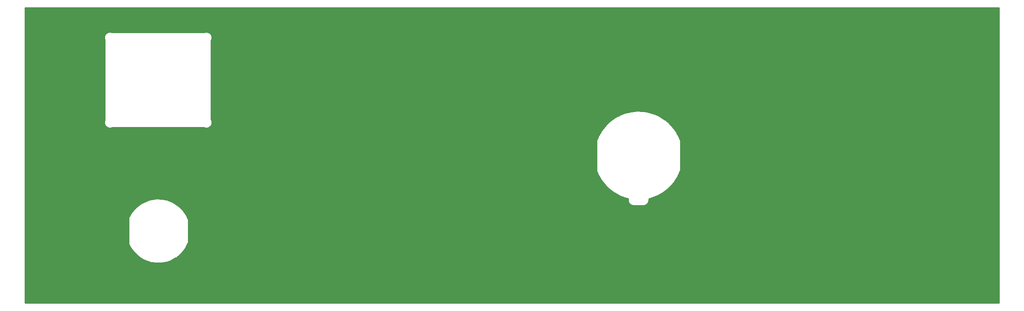
<source format=gbr>
%TF.GenerationSoftware,KiCad,Pcbnew,5.1.6*%
%TF.CreationDate,2020-07-29T12:44:49+02:00*%
%TF.ProjectId,frontplate,66726f6e-7470-46c6-9174-652e6b696361,rev?*%
%TF.SameCoordinates,Original*%
%TF.FileFunction,Copper,L2,Bot*%
%TF.FilePolarity,Positive*%
%FSLAX46Y46*%
G04 Gerber Fmt 4.6, Leading zero omitted, Abs format (unit mm)*
G04 Created by KiCad (PCBNEW 5.1.6) date 2020-07-29 12:44:49*
%MOMM*%
%LPD*%
G01*
G04 APERTURE LIST*
%TA.AperFunction,NonConductor*%
%ADD10C,0.254000*%
%TD*%
G04 APERTURE END LIST*
D10*
G36*
X277865001Y-131315000D02*
G01*
X63735000Y-131315000D01*
X63735000Y-118129580D01*
X86491393Y-118129580D01*
X86502028Y-118237560D01*
X86544056Y-118376108D01*
X86612306Y-118503795D01*
X86614981Y-118507055D01*
X87027421Y-119257983D01*
X87057922Y-119304457D01*
X87088170Y-119351117D01*
X87694119Y-120142129D01*
X87771223Y-120227902D01*
X88493453Y-120914383D01*
X88493454Y-120914384D01*
X88583027Y-120987039D01*
X89403755Y-121552087D01*
X89503591Y-121609835D01*
X90402606Y-122039537D01*
X90510247Y-122080956D01*
X90510251Y-122080957D01*
X91465416Y-122364730D01*
X91578210Y-122388801D01*
X92566010Y-122519661D01*
X92681182Y-122525790D01*
X92681183Y-122525790D01*
X93677293Y-122500512D01*
X93792006Y-122488550D01*
X93792018Y-122488547D01*
X94771898Y-122307756D01*
X94883327Y-122277996D01*
X94883331Y-122277994D01*
X95822868Y-121946142D01*
X95822872Y-121946141D01*
X95928273Y-121899315D01*
X96804338Y-121424568D01*
X96901116Y-121361831D01*
X96901118Y-121361829D01*
X97692129Y-120755881D01*
X97777902Y-120678777D01*
X98464383Y-119956547D01*
X98506614Y-119904482D01*
X98537039Y-119866973D01*
X99102087Y-119046245D01*
X99159835Y-118946409D01*
X99582404Y-118062318D01*
X99608730Y-118013065D01*
X99650758Y-117874517D01*
X99661393Y-117766537D01*
X99661393Y-113133464D01*
X99650758Y-113025484D01*
X99608730Y-112886936D01*
X99583384Y-112839517D01*
X99197182Y-112019639D01*
X99169614Y-111971351D01*
X99142324Y-111922917D01*
X98586583Y-111095858D01*
X98514944Y-111005470D01*
X97836670Y-110275537D01*
X97836665Y-110275530D01*
X97777237Y-110220882D01*
X97751769Y-110197462D01*
X97751762Y-110197458D01*
X96967653Y-109582616D01*
X96871589Y-109518789D01*
X96000948Y-109034179D01*
X96000943Y-109034176D01*
X95896077Y-108986163D01*
X94960340Y-108643715D01*
X94900700Y-108627062D01*
X94849255Y-108612697D01*
X93871468Y-108420846D01*
X93756898Y-108407588D01*
X93756897Y-108407588D01*
X92761137Y-108371060D01*
X92761136Y-108371060D01*
X92656190Y-108375457D01*
X92645903Y-108375888D01*
X91656687Y-108495580D01*
X91543628Y-108518375D01*
X90585314Y-108791341D01*
X90477212Y-108831542D01*
X89573404Y-109251058D01*
X89573399Y-109251060D01*
X89472917Y-109307676D01*
X88645858Y-109863417D01*
X88563119Y-109928994D01*
X88555470Y-109935056D01*
X87825537Y-110613330D01*
X87825530Y-110613335D01*
X87801940Y-110638989D01*
X87747462Y-110698231D01*
X87747458Y-110698238D01*
X87132616Y-111482347D01*
X87068789Y-111578411D01*
X86616309Y-112391329D01*
X86612307Y-112396205D01*
X86544057Y-112523892D01*
X86502029Y-112662440D01*
X86491394Y-112770420D01*
X86491393Y-118129580D01*
X63735000Y-118129580D01*
X63735000Y-95707049D01*
X189365000Y-95707049D01*
X189365001Y-101992953D01*
X189375636Y-102100933D01*
X189417664Y-102239481D01*
X189437848Y-102277242D01*
X189859691Y-103246503D01*
X189865708Y-103258151D01*
X189870569Y-103270328D01*
X189902041Y-103329118D01*
X190515573Y-104359902D01*
X190524313Y-104372590D01*
X190531869Y-104386020D01*
X190570839Y-104440131D01*
X191315309Y-105380718D01*
X191325654Y-105392142D01*
X191334917Y-105404452D01*
X191380702Y-105452933D01*
X192243031Y-106286796D01*
X192254793Y-106296749D01*
X192265605Y-106307728D01*
X192317400Y-106349729D01*
X193282438Y-107062218D01*
X193295415Y-107070530D01*
X193307582Y-107079980D01*
X193364476Y-107114761D01*
X194415268Y-107693359D01*
X194429232Y-107699882D01*
X194442541Y-107707640D01*
X194503535Y-107734591D01*
X195621619Y-108169132D01*
X195636316Y-108173749D01*
X195650541Y-108179681D01*
X195714564Y-108198328D01*
X196318607Y-108344892D01*
X196318607Y-108682604D01*
X196321665Y-108713649D01*
X196321644Y-108716605D01*
X196322645Y-108726818D01*
X196327679Y-108774716D01*
X196329242Y-108790584D01*
X196329403Y-108791113D01*
X196332845Y-108823867D01*
X196346245Y-108889144D01*
X196358723Y-108954559D01*
X196361689Y-108964384D01*
X196390545Y-109057603D01*
X196416387Y-109119078D01*
X196441318Y-109180784D01*
X196446135Y-109189845D01*
X196492548Y-109275683D01*
X196529803Y-109330915D01*
X196566276Y-109386651D01*
X196572762Y-109394604D01*
X196634964Y-109469793D01*
X196682248Y-109516748D01*
X196728837Y-109564324D01*
X196736744Y-109570865D01*
X196736749Y-109570870D01*
X196736755Y-109570874D01*
X196812365Y-109632541D01*
X196867863Y-109669414D01*
X196922826Y-109707048D01*
X196931853Y-109711929D01*
X197018014Y-109757741D01*
X197079620Y-109783133D01*
X197140827Y-109809367D01*
X197150631Y-109812402D01*
X197150635Y-109812403D01*
X197150637Y-109812404D01*
X197150639Y-109812404D01*
X197244049Y-109840607D01*
X197309442Y-109853556D01*
X197374564Y-109867397D01*
X197384755Y-109868468D01*
X197384763Y-109868470D01*
X197384770Y-109868470D01*
X197481296Y-109877934D01*
X197517502Y-109881500D01*
X199682498Y-109881500D01*
X199713543Y-109878442D01*
X199716498Y-109878463D01*
X199726711Y-109877462D01*
X199774594Y-109872429D01*
X199790478Y-109870865D01*
X199791008Y-109870704D01*
X199823760Y-109867262D01*
X199889037Y-109853862D01*
X199954452Y-109841384D01*
X199964277Y-109838418D01*
X200057496Y-109809562D01*
X200118971Y-109783720D01*
X200180677Y-109758789D01*
X200189738Y-109753972D01*
X200275576Y-109707559D01*
X200330808Y-109670304D01*
X200386544Y-109633831D01*
X200394497Y-109627345D01*
X200469686Y-109565143D01*
X200516641Y-109517859D01*
X200564217Y-109471270D01*
X200570758Y-109463363D01*
X200570763Y-109463358D01*
X200570767Y-109463352D01*
X200632434Y-109387742D01*
X200669307Y-109332244D01*
X200706941Y-109277281D01*
X200711822Y-109268254D01*
X200757634Y-109182093D01*
X200783026Y-109120487D01*
X200809260Y-109059280D01*
X200812295Y-109049476D01*
X200840500Y-108956058D01*
X200853449Y-108890665D01*
X200867290Y-108825543D01*
X200868361Y-108815352D01*
X200868363Y-108815344D01*
X200868363Y-108815337D01*
X200877885Y-108718220D01*
X200881393Y-108682605D01*
X200881393Y-108348620D01*
X201372791Y-108232637D01*
X201385324Y-108228786D01*
X201398171Y-108226167D01*
X201461619Y-108205647D01*
X202585049Y-107785120D01*
X202599089Y-107778774D01*
X202613649Y-107773726D01*
X202673825Y-107744995D01*
X203731769Y-107179582D01*
X203744846Y-107171435D01*
X203758610Y-107164506D01*
X203814458Y-107128068D01*
X204788330Y-106427702D01*
X204800215Y-106417897D01*
X204812942Y-106409208D01*
X204863481Y-106365705D01*
X205736168Y-105542690D01*
X205746648Y-105531403D01*
X205758118Y-105521104D01*
X205802458Y-105471298D01*
X206558632Y-104540094D01*
X206567531Y-104527515D01*
X206577534Y-104515794D01*
X206614899Y-104460562D01*
X207241271Y-103437529D01*
X207248427Y-103423886D01*
X207256793Y-103410943D01*
X207286524Y-103351254D01*
X207761061Y-102279285D01*
X207782337Y-102239481D01*
X207824365Y-102100933D01*
X207835000Y-101992953D01*
X207835000Y-95707048D01*
X207824365Y-95599068D01*
X207782337Y-95460520D01*
X207767964Y-95433630D01*
X207606401Y-95025572D01*
X207606066Y-95024867D01*
X207605824Y-95024118D01*
X207578359Y-94963353D01*
X207035226Y-93893798D01*
X207027354Y-93880552D01*
X207020715Y-93866647D01*
X206985455Y-93810048D01*
X206305637Y-92821723D01*
X206296088Y-92809642D01*
X206287664Y-92796730D01*
X206245228Y-92745292D01*
X205440669Y-91855558D01*
X205429601Y-91844841D01*
X205419548Y-91833162D01*
X205370705Y-91787811D01*
X205370682Y-91787788D01*
X205370674Y-91787782D01*
X204455519Y-91012279D01*
X204443129Y-91003118D01*
X204431621Y-90992873D01*
X204377183Y-90954360D01*
X203367493Y-90306699D01*
X203354000Y-90299258D01*
X203341238Y-90290624D01*
X203282184Y-90259649D01*
X202195706Y-89751216D01*
X202181349Y-89745625D01*
X202167555Y-89738754D01*
X202104940Y-89715868D01*
X202104925Y-89715862D01*
X202104921Y-89715861D01*
X200960748Y-89355589D01*
X200945779Y-89351946D01*
X200931197Y-89346960D01*
X200866088Y-89332552D01*
X199684313Y-89126768D01*
X199668992Y-89125137D01*
X199653880Y-89122123D01*
X199587443Y-89116453D01*
X199587438Y-89116453D01*
X198388829Y-89068774D01*
X198373426Y-89069183D01*
X198358049Y-89068195D01*
X198291440Y-89071362D01*
X197097054Y-89182626D01*
X197081849Y-89185067D01*
X197066468Y-89186122D01*
X197000863Y-89198071D01*
X195831684Y-89466323D01*
X195816930Y-89470756D01*
X195801830Y-89473834D01*
X195738382Y-89494354D01*
X194614952Y-89914880D01*
X194600912Y-89921226D01*
X194586352Y-89926274D01*
X194526176Y-89955005D01*
X193468231Y-90520419D01*
X193455151Y-90528568D01*
X193441391Y-90535495D01*
X193385543Y-90571933D01*
X192411671Y-91272299D01*
X192399789Y-91282101D01*
X192387058Y-91290793D01*
X192336520Y-91334297D01*
X191463832Y-92157311D01*
X191453348Y-92168602D01*
X191441883Y-92178897D01*
X191397542Y-92228703D01*
X190641369Y-93159906D01*
X190632470Y-93172485D01*
X190622467Y-93184206D01*
X190585102Y-93239438D01*
X189958729Y-94262471D01*
X189951569Y-94276121D01*
X189943208Y-94289057D01*
X189913477Y-94348746D01*
X189438939Y-95420716D01*
X189417663Y-95460521D01*
X189375635Y-95599069D01*
X189365000Y-95707049D01*
X63735000Y-95707049D01*
X63735000Y-72969348D01*
X81171355Y-72969348D01*
X81172320Y-72979565D01*
X81182181Y-73076650D01*
X81195358Y-73142001D01*
X81207601Y-73207424D01*
X81210532Y-73217259D01*
X81239061Y-73310578D01*
X81264669Y-73372099D01*
X81289403Y-73433940D01*
X81294189Y-73443018D01*
X81314999Y-73481829D01*
X81315001Y-91018054D01*
X81286765Y-91072528D01*
X81262019Y-91134400D01*
X81236426Y-91195884D01*
X81233494Y-91205719D01*
X81206270Y-91299427D01*
X81194006Y-91364962D01*
X81180850Y-91430210D01*
X81179884Y-91440426D01*
X81171380Y-91537637D01*
X81172079Y-91604270D01*
X81171847Y-91670868D01*
X81172884Y-91681078D01*
X81183424Y-91778090D01*
X81197051Y-91843317D01*
X81209759Y-91908689D01*
X81212759Y-91918503D01*
X81241941Y-92011621D01*
X81267977Y-92072956D01*
X81293142Y-92134619D01*
X81297991Y-92143663D01*
X81344704Y-92229339D01*
X81382175Y-92284474D01*
X81418819Y-92340048D01*
X81425331Y-92347975D01*
X81425334Y-92347980D01*
X81425338Y-92347984D01*
X81487797Y-92422949D01*
X81535233Y-92469727D01*
X81582006Y-92517157D01*
X81589936Y-92523671D01*
X81665772Y-92585081D01*
X81721413Y-92621769D01*
X81776492Y-92659199D01*
X81785536Y-92664049D01*
X81871857Y-92709559D01*
X81933560Y-92734738D01*
X81994848Y-92760753D01*
X82004661Y-92763754D01*
X82098177Y-92791632D01*
X82163603Y-92804349D01*
X82228787Y-92817966D01*
X82238997Y-92819003D01*
X82336147Y-92828185D01*
X82402793Y-92827951D01*
X82469371Y-92828648D01*
X82479587Y-92827683D01*
X82576671Y-92817821D01*
X82641997Y-92804648D01*
X82707453Y-92792398D01*
X82717288Y-92789466D01*
X82810606Y-92760935D01*
X82872133Y-92735323D01*
X82933961Y-92710593D01*
X82943039Y-92705807D01*
X82981843Y-92685000D01*
X103018037Y-92685000D01*
X103072504Y-92713233D01*
X103134377Y-92737981D01*
X103195852Y-92763572D01*
X103205686Y-92766504D01*
X103205691Y-92766506D01*
X103205696Y-92766507D01*
X103299394Y-92793730D01*
X103364903Y-92805991D01*
X103430178Y-92819153D01*
X103440391Y-92820119D01*
X103440395Y-92820119D01*
X103537606Y-92828625D01*
X103604257Y-92827928D01*
X103670837Y-92828161D01*
X103681047Y-92827125D01*
X103778059Y-92816587D01*
X103843297Y-92802959D01*
X103908657Y-92790255D01*
X103918471Y-92787255D01*
X103918473Y-92787255D01*
X103918477Y-92787253D01*
X104011589Y-92758075D01*
X104072902Y-92732050D01*
X104134595Y-92706874D01*
X104143639Y-92702024D01*
X104229316Y-92655312D01*
X104284441Y-92617850D01*
X104340025Y-92581200D01*
X104347956Y-92574686D01*
X104347959Y-92574684D01*
X104347962Y-92574681D01*
X104422928Y-92512223D01*
X104469718Y-92464776D01*
X104517137Y-92418015D01*
X104523651Y-92410085D01*
X104585062Y-92334250D01*
X104621736Y-92278633D01*
X104659176Y-92223543D01*
X104664026Y-92214499D01*
X104709539Y-92128178D01*
X104734713Y-92066494D01*
X104760742Y-92005174D01*
X104763743Y-91995361D01*
X104791622Y-91901845D01*
X104804336Y-91836439D01*
X104817956Y-91771244D01*
X104818994Y-91761034D01*
X104828178Y-91663885D01*
X104827946Y-91597221D01*
X104828644Y-91530661D01*
X104827678Y-91520444D01*
X104827678Y-91520439D01*
X104827677Y-91520434D01*
X104817818Y-91423360D01*
X104804646Y-91358026D01*
X104792396Y-91292571D01*
X104789465Y-91282736D01*
X104760935Y-91189417D01*
X104735322Y-91127884D01*
X104710598Y-91066068D01*
X104705812Y-91056990D01*
X104705810Y-91056985D01*
X104705807Y-91056980D01*
X104685000Y-91018175D01*
X104685000Y-73481944D01*
X104713235Y-73427472D01*
X104737985Y-73365590D01*
X104763573Y-73304118D01*
X104766505Y-73294284D01*
X104793729Y-73200576D01*
X104805981Y-73135107D01*
X104819150Y-73069791D01*
X104820116Y-73059574D01*
X104828620Y-72962363D01*
X104827921Y-72895730D01*
X104828153Y-72829132D01*
X104827116Y-72818922D01*
X104816576Y-72721910D01*
X104802949Y-72656683D01*
X104790241Y-72591311D01*
X104787241Y-72581497D01*
X104758059Y-72488380D01*
X104732028Y-72427058D01*
X104706858Y-72365381D01*
X104702008Y-72356337D01*
X104655296Y-72270661D01*
X104617817Y-72215514D01*
X104581177Y-72159947D01*
X104574669Y-72152024D01*
X104574666Y-72152020D01*
X104574663Y-72152017D01*
X104512199Y-72077047D01*
X104464724Y-72030231D01*
X104417989Y-71982840D01*
X104410065Y-71976331D01*
X104410060Y-71976326D01*
X104410055Y-71976322D01*
X104334222Y-71914916D01*
X104278603Y-71878243D01*
X104223509Y-71840802D01*
X104214465Y-71835953D01*
X104128145Y-71790443D01*
X104066430Y-71765258D01*
X104005151Y-71739247D01*
X103995338Y-71736246D01*
X103901822Y-71708368D01*
X103836396Y-71695651D01*
X103771212Y-71682034D01*
X103761002Y-71680997D01*
X103663852Y-71671815D01*
X103597208Y-71672049D01*
X103530630Y-71671352D01*
X103520413Y-71672317D01*
X103423328Y-71682179D01*
X103357980Y-71695356D01*
X103292537Y-71707604D01*
X103282715Y-71710532D01*
X103282703Y-71710536D01*
X103189385Y-71739068D01*
X103127846Y-71764685D01*
X103066043Y-71789405D01*
X103056965Y-71794191D01*
X103056958Y-71794195D01*
X103056955Y-71794196D01*
X103056952Y-71794198D01*
X103018153Y-71815002D01*
X82981962Y-71815000D01*
X82927492Y-71786765D01*
X82865616Y-71762016D01*
X82804146Y-71736428D01*
X82794312Y-71733496D01*
X82700604Y-71706270D01*
X82635085Y-71694008D01*
X82569812Y-71680846D01*
X82559596Y-71679880D01*
X82462384Y-71671375D01*
X82395730Y-71672073D01*
X82329161Y-71671840D01*
X82318951Y-71672876D01*
X82221939Y-71683414D01*
X82156707Y-71697041D01*
X82091341Y-71709746D01*
X82081527Y-71712746D01*
X81988409Y-71741926D01*
X81927083Y-71767957D01*
X81865404Y-71793127D01*
X81856359Y-71797976D01*
X81770682Y-71844689D01*
X81715573Y-71882141D01*
X81659973Y-71918801D01*
X81652042Y-71925315D01*
X81577070Y-71987778D01*
X81530260Y-72035246D01*
X81482858Y-72081990D01*
X81476344Y-72089919D01*
X81414933Y-72165756D01*
X81378275Y-72221351D01*
X81340820Y-72276462D01*
X81335970Y-72285506D01*
X81290459Y-72371825D01*
X81265273Y-72433540D01*
X81239259Y-72494820D01*
X81236258Y-72504634D01*
X81208378Y-72598150D01*
X81195657Y-72663589D01*
X81182042Y-72728758D01*
X81181004Y-72738968D01*
X81171820Y-72836118D01*
X81172052Y-72902792D01*
X81171355Y-72969348D01*
X63735000Y-72969348D01*
X63735000Y-66385000D01*
X277865000Y-66385000D01*
X277865001Y-131315000D01*
G37*
X277865001Y-131315000D02*
X63735000Y-131315000D01*
X63735000Y-118129580D01*
X86491393Y-118129580D01*
X86502028Y-118237560D01*
X86544056Y-118376108D01*
X86612306Y-118503795D01*
X86614981Y-118507055D01*
X87027421Y-119257983D01*
X87057922Y-119304457D01*
X87088170Y-119351117D01*
X87694119Y-120142129D01*
X87771223Y-120227902D01*
X88493453Y-120914383D01*
X88493454Y-120914384D01*
X88583027Y-120987039D01*
X89403755Y-121552087D01*
X89503591Y-121609835D01*
X90402606Y-122039537D01*
X90510247Y-122080956D01*
X90510251Y-122080957D01*
X91465416Y-122364730D01*
X91578210Y-122388801D01*
X92566010Y-122519661D01*
X92681182Y-122525790D01*
X92681183Y-122525790D01*
X93677293Y-122500512D01*
X93792006Y-122488550D01*
X93792018Y-122488547D01*
X94771898Y-122307756D01*
X94883327Y-122277996D01*
X94883331Y-122277994D01*
X95822868Y-121946142D01*
X95822872Y-121946141D01*
X95928273Y-121899315D01*
X96804338Y-121424568D01*
X96901116Y-121361831D01*
X96901118Y-121361829D01*
X97692129Y-120755881D01*
X97777902Y-120678777D01*
X98464383Y-119956547D01*
X98506614Y-119904482D01*
X98537039Y-119866973D01*
X99102087Y-119046245D01*
X99159835Y-118946409D01*
X99582404Y-118062318D01*
X99608730Y-118013065D01*
X99650758Y-117874517D01*
X99661393Y-117766537D01*
X99661393Y-113133464D01*
X99650758Y-113025484D01*
X99608730Y-112886936D01*
X99583384Y-112839517D01*
X99197182Y-112019639D01*
X99169614Y-111971351D01*
X99142324Y-111922917D01*
X98586583Y-111095858D01*
X98514944Y-111005470D01*
X97836670Y-110275537D01*
X97836665Y-110275530D01*
X97777237Y-110220882D01*
X97751769Y-110197462D01*
X97751762Y-110197458D01*
X96967653Y-109582616D01*
X96871589Y-109518789D01*
X96000948Y-109034179D01*
X96000943Y-109034176D01*
X95896077Y-108986163D01*
X94960340Y-108643715D01*
X94900700Y-108627062D01*
X94849255Y-108612697D01*
X93871468Y-108420846D01*
X93756898Y-108407588D01*
X93756897Y-108407588D01*
X92761137Y-108371060D01*
X92761136Y-108371060D01*
X92656190Y-108375457D01*
X92645903Y-108375888D01*
X91656687Y-108495580D01*
X91543628Y-108518375D01*
X90585314Y-108791341D01*
X90477212Y-108831542D01*
X89573404Y-109251058D01*
X89573399Y-109251060D01*
X89472917Y-109307676D01*
X88645858Y-109863417D01*
X88563119Y-109928994D01*
X88555470Y-109935056D01*
X87825537Y-110613330D01*
X87825530Y-110613335D01*
X87801940Y-110638989D01*
X87747462Y-110698231D01*
X87747458Y-110698238D01*
X87132616Y-111482347D01*
X87068789Y-111578411D01*
X86616309Y-112391329D01*
X86612307Y-112396205D01*
X86544057Y-112523892D01*
X86502029Y-112662440D01*
X86491394Y-112770420D01*
X86491393Y-118129580D01*
X63735000Y-118129580D01*
X63735000Y-95707049D01*
X189365000Y-95707049D01*
X189365001Y-101992953D01*
X189375636Y-102100933D01*
X189417664Y-102239481D01*
X189437848Y-102277242D01*
X189859691Y-103246503D01*
X189865708Y-103258151D01*
X189870569Y-103270328D01*
X189902041Y-103329118D01*
X190515573Y-104359902D01*
X190524313Y-104372590D01*
X190531869Y-104386020D01*
X190570839Y-104440131D01*
X191315309Y-105380718D01*
X191325654Y-105392142D01*
X191334917Y-105404452D01*
X191380702Y-105452933D01*
X192243031Y-106286796D01*
X192254793Y-106296749D01*
X192265605Y-106307728D01*
X192317400Y-106349729D01*
X193282438Y-107062218D01*
X193295415Y-107070530D01*
X193307582Y-107079980D01*
X193364476Y-107114761D01*
X194415268Y-107693359D01*
X194429232Y-107699882D01*
X194442541Y-107707640D01*
X194503535Y-107734591D01*
X195621619Y-108169132D01*
X195636316Y-108173749D01*
X195650541Y-108179681D01*
X195714564Y-108198328D01*
X196318607Y-108344892D01*
X196318607Y-108682604D01*
X196321665Y-108713649D01*
X196321644Y-108716605D01*
X196322645Y-108726818D01*
X196327679Y-108774716D01*
X196329242Y-108790584D01*
X196329403Y-108791113D01*
X196332845Y-108823867D01*
X196346245Y-108889144D01*
X196358723Y-108954559D01*
X196361689Y-108964384D01*
X196390545Y-109057603D01*
X196416387Y-109119078D01*
X196441318Y-109180784D01*
X196446135Y-109189845D01*
X196492548Y-109275683D01*
X196529803Y-109330915D01*
X196566276Y-109386651D01*
X196572762Y-109394604D01*
X196634964Y-109469793D01*
X196682248Y-109516748D01*
X196728837Y-109564324D01*
X196736744Y-109570865D01*
X196736749Y-109570870D01*
X196736755Y-109570874D01*
X196812365Y-109632541D01*
X196867863Y-109669414D01*
X196922826Y-109707048D01*
X196931853Y-109711929D01*
X197018014Y-109757741D01*
X197079620Y-109783133D01*
X197140827Y-109809367D01*
X197150631Y-109812402D01*
X197150635Y-109812403D01*
X197150637Y-109812404D01*
X197150639Y-109812404D01*
X197244049Y-109840607D01*
X197309442Y-109853556D01*
X197374564Y-109867397D01*
X197384755Y-109868468D01*
X197384763Y-109868470D01*
X197384770Y-109868470D01*
X197481296Y-109877934D01*
X197517502Y-109881500D01*
X199682498Y-109881500D01*
X199713543Y-109878442D01*
X199716498Y-109878463D01*
X199726711Y-109877462D01*
X199774594Y-109872429D01*
X199790478Y-109870865D01*
X199791008Y-109870704D01*
X199823760Y-109867262D01*
X199889037Y-109853862D01*
X199954452Y-109841384D01*
X199964277Y-109838418D01*
X200057496Y-109809562D01*
X200118971Y-109783720D01*
X200180677Y-109758789D01*
X200189738Y-109753972D01*
X200275576Y-109707559D01*
X200330808Y-109670304D01*
X200386544Y-109633831D01*
X200394497Y-109627345D01*
X200469686Y-109565143D01*
X200516641Y-109517859D01*
X200564217Y-109471270D01*
X200570758Y-109463363D01*
X200570763Y-109463358D01*
X200570767Y-109463352D01*
X200632434Y-109387742D01*
X200669307Y-109332244D01*
X200706941Y-109277281D01*
X200711822Y-109268254D01*
X200757634Y-109182093D01*
X200783026Y-109120487D01*
X200809260Y-109059280D01*
X200812295Y-109049476D01*
X200840500Y-108956058D01*
X200853449Y-108890665D01*
X200867290Y-108825543D01*
X200868361Y-108815352D01*
X200868363Y-108815344D01*
X200868363Y-108815337D01*
X200877885Y-108718220D01*
X200881393Y-108682605D01*
X200881393Y-108348620D01*
X201372791Y-108232637D01*
X201385324Y-108228786D01*
X201398171Y-108226167D01*
X201461619Y-108205647D01*
X202585049Y-107785120D01*
X202599089Y-107778774D01*
X202613649Y-107773726D01*
X202673825Y-107744995D01*
X203731769Y-107179582D01*
X203744846Y-107171435D01*
X203758610Y-107164506D01*
X203814458Y-107128068D01*
X204788330Y-106427702D01*
X204800215Y-106417897D01*
X204812942Y-106409208D01*
X204863481Y-106365705D01*
X205736168Y-105542690D01*
X205746648Y-105531403D01*
X205758118Y-105521104D01*
X205802458Y-105471298D01*
X206558632Y-104540094D01*
X206567531Y-104527515D01*
X206577534Y-104515794D01*
X206614899Y-104460562D01*
X207241271Y-103437529D01*
X207248427Y-103423886D01*
X207256793Y-103410943D01*
X207286524Y-103351254D01*
X207761061Y-102279285D01*
X207782337Y-102239481D01*
X207824365Y-102100933D01*
X207835000Y-101992953D01*
X207835000Y-95707048D01*
X207824365Y-95599068D01*
X207782337Y-95460520D01*
X207767964Y-95433630D01*
X207606401Y-95025572D01*
X207606066Y-95024867D01*
X207605824Y-95024118D01*
X207578359Y-94963353D01*
X207035226Y-93893798D01*
X207027354Y-93880552D01*
X207020715Y-93866647D01*
X206985455Y-93810048D01*
X206305637Y-92821723D01*
X206296088Y-92809642D01*
X206287664Y-92796730D01*
X206245228Y-92745292D01*
X205440669Y-91855558D01*
X205429601Y-91844841D01*
X205419548Y-91833162D01*
X205370705Y-91787811D01*
X205370682Y-91787788D01*
X205370674Y-91787782D01*
X204455519Y-91012279D01*
X204443129Y-91003118D01*
X204431621Y-90992873D01*
X204377183Y-90954360D01*
X203367493Y-90306699D01*
X203354000Y-90299258D01*
X203341238Y-90290624D01*
X203282184Y-90259649D01*
X202195706Y-89751216D01*
X202181349Y-89745625D01*
X202167555Y-89738754D01*
X202104940Y-89715868D01*
X202104925Y-89715862D01*
X202104921Y-89715861D01*
X200960748Y-89355589D01*
X200945779Y-89351946D01*
X200931197Y-89346960D01*
X200866088Y-89332552D01*
X199684313Y-89126768D01*
X199668992Y-89125137D01*
X199653880Y-89122123D01*
X199587443Y-89116453D01*
X199587438Y-89116453D01*
X198388829Y-89068774D01*
X198373426Y-89069183D01*
X198358049Y-89068195D01*
X198291440Y-89071362D01*
X197097054Y-89182626D01*
X197081849Y-89185067D01*
X197066468Y-89186122D01*
X197000863Y-89198071D01*
X195831684Y-89466323D01*
X195816930Y-89470756D01*
X195801830Y-89473834D01*
X195738382Y-89494354D01*
X194614952Y-89914880D01*
X194600912Y-89921226D01*
X194586352Y-89926274D01*
X194526176Y-89955005D01*
X193468231Y-90520419D01*
X193455151Y-90528568D01*
X193441391Y-90535495D01*
X193385543Y-90571933D01*
X192411671Y-91272299D01*
X192399789Y-91282101D01*
X192387058Y-91290793D01*
X192336520Y-91334297D01*
X191463832Y-92157311D01*
X191453348Y-92168602D01*
X191441883Y-92178897D01*
X191397542Y-92228703D01*
X190641369Y-93159906D01*
X190632470Y-93172485D01*
X190622467Y-93184206D01*
X190585102Y-93239438D01*
X189958729Y-94262471D01*
X189951569Y-94276121D01*
X189943208Y-94289057D01*
X189913477Y-94348746D01*
X189438939Y-95420716D01*
X189417663Y-95460521D01*
X189375635Y-95599069D01*
X189365000Y-95707049D01*
X63735000Y-95707049D01*
X63735000Y-72969348D01*
X81171355Y-72969348D01*
X81172320Y-72979565D01*
X81182181Y-73076650D01*
X81195358Y-73142001D01*
X81207601Y-73207424D01*
X81210532Y-73217259D01*
X81239061Y-73310578D01*
X81264669Y-73372099D01*
X81289403Y-73433940D01*
X81294189Y-73443018D01*
X81314999Y-73481829D01*
X81315001Y-91018054D01*
X81286765Y-91072528D01*
X81262019Y-91134400D01*
X81236426Y-91195884D01*
X81233494Y-91205719D01*
X81206270Y-91299427D01*
X81194006Y-91364962D01*
X81180850Y-91430210D01*
X81179884Y-91440426D01*
X81171380Y-91537637D01*
X81172079Y-91604270D01*
X81171847Y-91670868D01*
X81172884Y-91681078D01*
X81183424Y-91778090D01*
X81197051Y-91843317D01*
X81209759Y-91908689D01*
X81212759Y-91918503D01*
X81241941Y-92011621D01*
X81267977Y-92072956D01*
X81293142Y-92134619D01*
X81297991Y-92143663D01*
X81344704Y-92229339D01*
X81382175Y-92284474D01*
X81418819Y-92340048D01*
X81425331Y-92347975D01*
X81425334Y-92347980D01*
X81425338Y-92347984D01*
X81487797Y-92422949D01*
X81535233Y-92469727D01*
X81582006Y-92517157D01*
X81589936Y-92523671D01*
X81665772Y-92585081D01*
X81721413Y-92621769D01*
X81776492Y-92659199D01*
X81785536Y-92664049D01*
X81871857Y-92709559D01*
X81933560Y-92734738D01*
X81994848Y-92760753D01*
X82004661Y-92763754D01*
X82098177Y-92791632D01*
X82163603Y-92804349D01*
X82228787Y-92817966D01*
X82238997Y-92819003D01*
X82336147Y-92828185D01*
X82402793Y-92827951D01*
X82469371Y-92828648D01*
X82479587Y-92827683D01*
X82576671Y-92817821D01*
X82641997Y-92804648D01*
X82707453Y-92792398D01*
X82717288Y-92789466D01*
X82810606Y-92760935D01*
X82872133Y-92735323D01*
X82933961Y-92710593D01*
X82943039Y-92705807D01*
X82981843Y-92685000D01*
X103018037Y-92685000D01*
X103072504Y-92713233D01*
X103134377Y-92737981D01*
X103195852Y-92763572D01*
X103205686Y-92766504D01*
X103205691Y-92766506D01*
X103205696Y-92766507D01*
X103299394Y-92793730D01*
X103364903Y-92805991D01*
X103430178Y-92819153D01*
X103440391Y-92820119D01*
X103440395Y-92820119D01*
X103537606Y-92828625D01*
X103604257Y-92827928D01*
X103670837Y-92828161D01*
X103681047Y-92827125D01*
X103778059Y-92816587D01*
X103843297Y-92802959D01*
X103908657Y-92790255D01*
X103918471Y-92787255D01*
X103918473Y-92787255D01*
X103918477Y-92787253D01*
X104011589Y-92758075D01*
X104072902Y-92732050D01*
X104134595Y-92706874D01*
X104143639Y-92702024D01*
X104229316Y-92655312D01*
X104284441Y-92617850D01*
X104340025Y-92581200D01*
X104347956Y-92574686D01*
X104347959Y-92574684D01*
X104347962Y-92574681D01*
X104422928Y-92512223D01*
X104469718Y-92464776D01*
X104517137Y-92418015D01*
X104523651Y-92410085D01*
X104585062Y-92334250D01*
X104621736Y-92278633D01*
X104659176Y-92223543D01*
X104664026Y-92214499D01*
X104709539Y-92128178D01*
X104734713Y-92066494D01*
X104760742Y-92005174D01*
X104763743Y-91995361D01*
X104791622Y-91901845D01*
X104804336Y-91836439D01*
X104817956Y-91771244D01*
X104818994Y-91761034D01*
X104828178Y-91663885D01*
X104827946Y-91597221D01*
X104828644Y-91530661D01*
X104827678Y-91520444D01*
X104827678Y-91520439D01*
X104827677Y-91520434D01*
X104817818Y-91423360D01*
X104804646Y-91358026D01*
X104792396Y-91292571D01*
X104789465Y-91282736D01*
X104760935Y-91189417D01*
X104735322Y-91127884D01*
X104710598Y-91066068D01*
X104705812Y-91056990D01*
X104705810Y-91056985D01*
X104705807Y-91056980D01*
X104685000Y-91018175D01*
X104685000Y-73481944D01*
X104713235Y-73427472D01*
X104737985Y-73365590D01*
X104763573Y-73304118D01*
X104766505Y-73294284D01*
X104793729Y-73200576D01*
X104805981Y-73135107D01*
X104819150Y-73069791D01*
X104820116Y-73059574D01*
X104828620Y-72962363D01*
X104827921Y-72895730D01*
X104828153Y-72829132D01*
X104827116Y-72818922D01*
X104816576Y-72721910D01*
X104802949Y-72656683D01*
X104790241Y-72591311D01*
X104787241Y-72581497D01*
X104758059Y-72488380D01*
X104732028Y-72427058D01*
X104706858Y-72365381D01*
X104702008Y-72356337D01*
X104655296Y-72270661D01*
X104617817Y-72215514D01*
X104581177Y-72159947D01*
X104574669Y-72152024D01*
X104574666Y-72152020D01*
X104574663Y-72152017D01*
X104512199Y-72077047D01*
X104464724Y-72030231D01*
X104417989Y-71982840D01*
X104410065Y-71976331D01*
X104410060Y-71976326D01*
X104410055Y-71976322D01*
X104334222Y-71914916D01*
X104278603Y-71878243D01*
X104223509Y-71840802D01*
X104214465Y-71835953D01*
X104128145Y-71790443D01*
X104066430Y-71765258D01*
X104005151Y-71739247D01*
X103995338Y-71736246D01*
X103901822Y-71708368D01*
X103836396Y-71695651D01*
X103771212Y-71682034D01*
X103761002Y-71680997D01*
X103663852Y-71671815D01*
X103597208Y-71672049D01*
X103530630Y-71671352D01*
X103520413Y-71672317D01*
X103423328Y-71682179D01*
X103357980Y-71695356D01*
X103292537Y-71707604D01*
X103282715Y-71710532D01*
X103282703Y-71710536D01*
X103189385Y-71739068D01*
X103127846Y-71764685D01*
X103066043Y-71789405D01*
X103056965Y-71794191D01*
X103056958Y-71794195D01*
X103056955Y-71794196D01*
X103056952Y-71794198D01*
X103018153Y-71815002D01*
X82981962Y-71815000D01*
X82927492Y-71786765D01*
X82865616Y-71762016D01*
X82804146Y-71736428D01*
X82794312Y-71733496D01*
X82700604Y-71706270D01*
X82635085Y-71694008D01*
X82569812Y-71680846D01*
X82559596Y-71679880D01*
X82462384Y-71671375D01*
X82395730Y-71672073D01*
X82329161Y-71671840D01*
X82318951Y-71672876D01*
X82221939Y-71683414D01*
X82156707Y-71697041D01*
X82091341Y-71709746D01*
X82081527Y-71712746D01*
X81988409Y-71741926D01*
X81927083Y-71767957D01*
X81865404Y-71793127D01*
X81856359Y-71797976D01*
X81770682Y-71844689D01*
X81715573Y-71882141D01*
X81659973Y-71918801D01*
X81652042Y-71925315D01*
X81577070Y-71987778D01*
X81530260Y-72035246D01*
X81482858Y-72081990D01*
X81476344Y-72089919D01*
X81414933Y-72165756D01*
X81378275Y-72221351D01*
X81340820Y-72276462D01*
X81335970Y-72285506D01*
X81290459Y-72371825D01*
X81265273Y-72433540D01*
X81239259Y-72494820D01*
X81236258Y-72504634D01*
X81208378Y-72598150D01*
X81195657Y-72663589D01*
X81182042Y-72728758D01*
X81181004Y-72738968D01*
X81171820Y-72836118D01*
X81172052Y-72902792D01*
X81171355Y-72969348D01*
X63735000Y-72969348D01*
X63735000Y-66385000D01*
X277865000Y-66385000D01*
X277865001Y-131315000D01*
M02*

</source>
